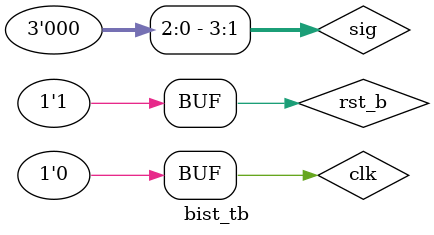
<source format=v>
module bist(
    input clk,
    input rst_b,
    output sig
);
    wire[4:0] lsfr5b_check;
    wire check_sisr4b;

    lfsr5b inst_lfsr5b(.clk(clk), .rst_b(rst_b), .q(lsfr5b_check));
    check inst_check(.i(lsfr5b_check), .o(check_sisr4b));
    sisr4b inst_sisr4b(.clk(clk), .rst_b(rst_b), .i(check_sisr4b), .q(sig));
endmodule

module bist_tb;
    reg clk;
    reg rst_b;
    wire[3:0] sig;

    bist inst(.clk(clk), .rst_b(rst_b), .sig(sig));

    initial begin
        $display("time\tclk\trst_b\tq");
        $monitor("%4t\t%b\t%b\t%d", $time, clk, rst_b, sig);
    end

    localparam CLK_PERIOD = 100;
    localparam RUNNING_CYCLES = 35;
    initial begin
        clk = 0;
        repeat (2*RUNNING_CYCLES) #(CLK_PERIOD/2) clk = ~clk;
    end

    localparam RST_DURATION = 25;
    initial begin
        rst_b = 0;
        #RST_DURATION rst_b = 1;
    end
endmodule
</source>
